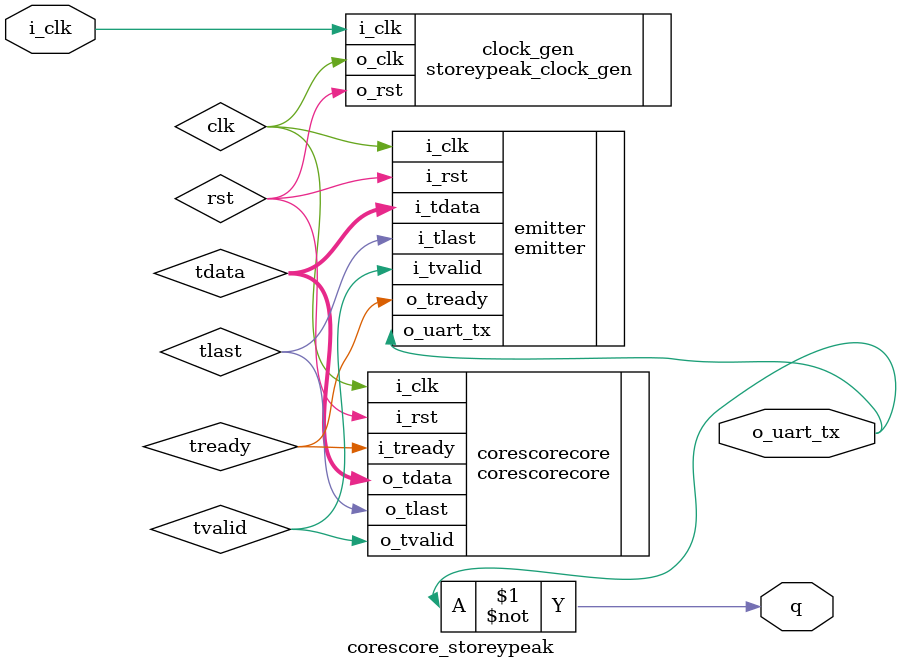
<source format=v>
`default_nettype none
module corescore_storeypeak
(
 input wire  i_clk,
 output wire q,
 output wire o_uart_tx);

   wire      clk;
   wire      rst;

   //Mirror UART output to LED
   assign q = ~o_uart_tx;

   storeypeak_clock_gen clock_gen
     (.i_clk (i_clk),
      .o_clk (clk),
      .o_rst (rst));

   parameter memfile_emitter = "emitter.hex";

   wire [7:0]  tdata;
   wire        tlast;
   wire        tvalid;
   wire        tready;

   corescorecore corescorecore
     (.i_clk     (clk),
      .i_rst     (rst),
      .o_tdata   (tdata),
      .o_tlast   (tlast),
      .o_tvalid  (tvalid),
      .i_tready  (tready));

   emitter #(.memfile (memfile_emitter)) emitter
     (.i_clk     (clk),
      .i_rst     (rst),
      .i_tdata   (tdata),
      .i_tlast   (tlast),
      .i_tvalid  (tvalid),
      .o_tready  (tready),
      .o_uart_tx (o_uart_tx));

endmodule

</source>
